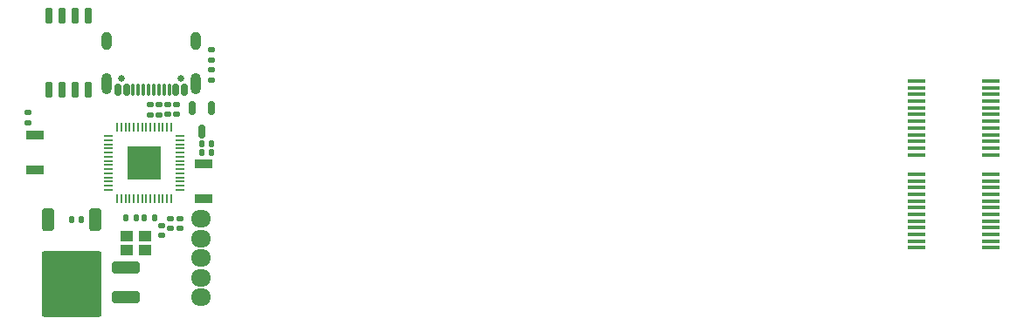
<source format=gbr>
%TF.GenerationSoftware,KiCad,Pcbnew,7.0.11*%
%TF.CreationDate,2025-01-20T01:48:30+09:00*%
%TF.ProjectId,Line,4c696e65-2e6b-4696-9361-645f70636258,rev?*%
%TF.SameCoordinates,Original*%
%TF.FileFunction,Soldermask,Top*%
%TF.FilePolarity,Negative*%
%FSLAX46Y46*%
G04 Gerber Fmt 4.6, Leading zero omitted, Abs format (unit mm)*
G04 Created by KiCad (PCBNEW 7.0.11) date 2025-01-20 01:48:30*
%MOMM*%
%LPD*%
G01*
G04 APERTURE LIST*
G04 Aperture macros list*
%AMRoundRect*
0 Rectangle with rounded corners*
0 $1 Rounding radius*
0 $2 $3 $4 $5 $6 $7 $8 $9 X,Y pos of 4 corners*
0 Add a 4 corners polygon primitive as box body*
4,1,4,$2,$3,$4,$5,$6,$7,$8,$9,$2,$3,0*
0 Add four circle primitives for the rounded corners*
1,1,$1+$1,$2,$3*
1,1,$1+$1,$4,$5*
1,1,$1+$1,$6,$7*
1,1,$1+$1,$8,$9*
0 Add four rect primitives between the rounded corners*
20,1,$1+$1,$2,$3,$4,$5,0*
20,1,$1+$1,$4,$5,$6,$7,0*
20,1,$1+$1,$6,$7,$8,$9,0*
20,1,$1+$1,$8,$9,$2,$3,0*%
G04 Aperture macros list end*
%ADD10RoundRect,0.135000X-0.185000X0.135000X-0.185000X-0.135000X0.185000X-0.135000X0.185000X0.135000X0*%
%ADD11R,1.150000X1.000000*%
%ADD12RoundRect,0.135000X0.185000X-0.135000X0.185000X0.135000X-0.185000X0.135000X-0.185000X-0.135000X0*%
%ADD13C,0.650000*%
%ADD14RoundRect,0.150000X0.150000X0.425000X-0.150000X0.425000X-0.150000X-0.425000X0.150000X-0.425000X0*%
%ADD15RoundRect,0.075000X0.075000X0.500000X-0.075000X0.500000X-0.075000X-0.500000X0.075000X-0.500000X0*%
%ADD16O,1.000000X2.100000*%
%ADD17O,1.000000X1.800000*%
%ADD18RoundRect,0.150000X-0.150000X0.512500X-0.150000X-0.512500X0.150000X-0.512500X0.150000X0.512500X0*%
%ADD19RoundRect,0.050000X-0.387500X-0.050000X0.387500X-0.050000X0.387500X0.050000X-0.387500X0.050000X0*%
%ADD20RoundRect,0.050000X-0.050000X-0.387500X0.050000X-0.387500X0.050000X0.387500X-0.050000X0.387500X0*%
%ADD21R,3.200000X3.200000*%
%ADD22RoundRect,0.140000X0.140000X0.170000X-0.140000X0.170000X-0.140000X-0.170000X0.140000X-0.170000X0*%
%ADD23RoundRect,0.140000X0.170000X-0.140000X0.170000X0.140000X-0.170000X0.140000X-0.170000X-0.140000X0*%
%ADD24RoundRect,0.140000X-0.170000X0.140000X-0.170000X-0.140000X0.170000X-0.140000X0.170000X0.140000X0*%
%ADD25RoundRect,0.150000X-0.150000X0.650000X-0.150000X-0.650000X0.150000X-0.650000X0.150000X0.650000X0*%
%ADD26R,1.750000X0.450000*%
%ADD27R,1.700000X0.900000*%
%ADD28O,1.950000X1.700000*%
%ADD29RoundRect,0.250000X-0.350000X0.850000X-0.350000X-0.850000X0.350000X-0.850000X0.350000X0.850000X0*%
%ADD30RoundRect,0.249997X-2.650003X2.950003X-2.650003X-2.950003X2.650003X-2.950003X2.650003X2.950003X0*%
%ADD31RoundRect,0.250000X-1.100000X0.325000X-1.100000X-0.325000X1.100000X-0.325000X1.100000X0.325000X0*%
%ADD32RoundRect,0.135000X-0.135000X-0.185000X0.135000X-0.185000X0.135000X0.185000X-0.135000X0.185000X0*%
%ADD33RoundRect,0.140000X-0.140000X-0.170000X0.140000X-0.170000X0.140000X0.170000X-0.140000X0.170000X0*%
G04 APERTURE END LIST*
D10*
%TO.C,R31*%
X116230400Y-95750756D03*
X116230400Y-96770756D03*
%TD*%
D11*
%TO.C,Y1*%
X114895000Y-108530000D03*
X113145000Y-108530000D03*
X113145000Y-109930000D03*
X114895000Y-109930000D03*
%TD*%
D12*
%TO.C,R30*%
X103520000Y-97550000D03*
X103520000Y-96530000D03*
%TD*%
D13*
%TO.C,J2*%
X118363562Y-93265800D03*
X112583562Y-93265800D03*
D14*
X118673562Y-94340800D03*
X117873562Y-94340800D03*
D15*
X116723562Y-94340800D03*
X115723562Y-94340800D03*
X115223562Y-94340800D03*
X114223562Y-94340800D03*
D14*
X113073562Y-94340800D03*
X112273562Y-94340800D03*
X112273562Y-94340800D03*
X113073562Y-94340800D03*
D15*
X113723562Y-94340800D03*
X114723562Y-94340800D03*
X116223562Y-94340800D03*
X117223562Y-94340800D03*
D14*
X117873562Y-94340800D03*
X118673562Y-94340800D03*
D16*
X119793562Y-93765800D03*
D17*
X119793562Y-89585800D03*
D16*
X111153562Y-93765800D03*
D17*
X111153562Y-89585800D03*
%TD*%
D18*
%TO.C,U4*%
X121346000Y-96119100D03*
X119446000Y-96119100D03*
X120396000Y-98394100D03*
%TD*%
D19*
%TO.C,U6*%
X111368262Y-98856100D03*
X111368262Y-99256100D03*
X111368262Y-99656100D03*
X111368262Y-100056100D03*
X111368262Y-100456100D03*
X111368262Y-100856100D03*
X111368262Y-101256100D03*
X111368262Y-101656100D03*
X111368262Y-102056100D03*
X111368262Y-102456100D03*
X111368262Y-102856100D03*
X111368262Y-103256100D03*
X111368262Y-103656100D03*
X111368262Y-104056100D03*
D20*
X112205762Y-104893600D03*
X112605762Y-104893600D03*
X113005762Y-104893600D03*
X113405762Y-104893600D03*
X113805762Y-104893600D03*
X114205762Y-104893600D03*
X114605762Y-104893600D03*
X115005762Y-104893600D03*
X115405762Y-104893600D03*
X115805762Y-104893600D03*
X116205762Y-104893600D03*
X116605762Y-104893600D03*
X117005762Y-104893600D03*
X117405762Y-104893600D03*
D19*
X118243262Y-104056100D03*
X118243262Y-103656100D03*
X118243262Y-103256100D03*
X118243262Y-102856100D03*
X118243262Y-102456100D03*
X118243262Y-102056100D03*
X118243262Y-101656100D03*
X118243262Y-101256100D03*
X118243262Y-100856100D03*
X118243262Y-100456100D03*
X118243262Y-100056100D03*
X118243262Y-99656100D03*
X118243262Y-99256100D03*
X118243262Y-98856100D03*
D20*
X117405762Y-98018600D03*
X117005762Y-98018600D03*
X116605762Y-98018600D03*
X116205762Y-98018600D03*
X115805762Y-98018600D03*
X115405762Y-98018600D03*
X115005762Y-98018600D03*
X114605762Y-98018600D03*
X114205762Y-98018600D03*
X113805762Y-98018600D03*
X113405762Y-98018600D03*
X113005762Y-98018600D03*
X112605762Y-98018600D03*
X112205762Y-98018600D03*
D21*
X114805762Y-101456100D03*
%TD*%
D22*
%TO.C,C4*%
X114018000Y-106781600D03*
X113058000Y-106781600D03*
%TD*%
D23*
%TO.C,C5*%
X116535200Y-108480800D03*
X116535200Y-107520800D03*
%TD*%
D12*
%TO.C,R25*%
X115392198Y-96770755D03*
X115392198Y-95750755D03*
%TD*%
D24*
%TO.C,C13*%
X117068600Y-95786000D03*
X117068600Y-96746000D03*
%TD*%
D25*
%TO.C,U5*%
X109423200Y-87179600D03*
X108153200Y-87179600D03*
X106883200Y-87179600D03*
X105613200Y-87179600D03*
X105613200Y-94379600D03*
X106883200Y-94379600D03*
X108153200Y-94379600D03*
X109423200Y-94379600D03*
%TD*%
D26*
%TO.C,U2*%
X189643200Y-93503800D03*
X189643200Y-94153800D03*
X189643200Y-94803800D03*
X189643200Y-95453800D03*
X189643200Y-96103800D03*
X189643200Y-96753800D03*
X189643200Y-97403800D03*
X189643200Y-98053800D03*
X189643200Y-98703800D03*
X189643200Y-99353800D03*
X189643200Y-100003800D03*
X189643200Y-100653800D03*
X196843200Y-100653800D03*
X196843200Y-100003800D03*
X196843200Y-99353800D03*
X196843200Y-98703800D03*
X196843200Y-98053800D03*
X196843200Y-97403800D03*
X196843200Y-96753800D03*
X196843200Y-96103800D03*
X196843200Y-95453800D03*
X196843200Y-94803800D03*
X196843200Y-94153800D03*
X196843200Y-93503800D03*
%TD*%
D27*
%TO.C,SW2*%
X120573800Y-104900200D03*
X120573800Y-101500200D03*
%TD*%
D28*
%TO.C,J1*%
X120345200Y-114528600D03*
X120345200Y-112623600D03*
X120345200Y-110718600D03*
X120345200Y-108813600D03*
X120345200Y-106908600D03*
%TD*%
D27*
%TO.C,SW1*%
X104220000Y-98770000D03*
X104220000Y-102170000D03*
%TD*%
D26*
%TO.C,U3*%
X196843200Y-109696200D03*
X196843200Y-109046200D03*
X196843200Y-108396200D03*
X196843200Y-107746200D03*
X196843200Y-107096200D03*
X196843200Y-106446200D03*
X196843200Y-105796200D03*
X196843200Y-105146200D03*
X196843200Y-104496200D03*
X196843200Y-103846200D03*
X196843200Y-103196200D03*
X196843200Y-102546200D03*
X189643200Y-102546200D03*
X189643200Y-103196200D03*
X189643200Y-103846200D03*
X189643200Y-104496200D03*
X189643200Y-105146200D03*
X189643200Y-105796200D03*
X189643200Y-106446200D03*
X189643200Y-107096200D03*
X189643200Y-107746200D03*
X189643200Y-108396200D03*
X189643200Y-109046200D03*
X189643200Y-109696200D03*
%TD*%
D29*
%TO.C,U1*%
X105464300Y-106950400D03*
X110024300Y-106950400D03*
D30*
X107744300Y-113250400D03*
%TD*%
D10*
%TO.C,R26*%
X121361200Y-92403200D03*
X121361200Y-93423200D03*
%TD*%
D31*
%TO.C,C1*%
X113055400Y-111578600D03*
X113055400Y-114528600D03*
%TD*%
D32*
%TO.C,R32*%
X114780600Y-106756200D03*
X115800600Y-106756200D03*
%TD*%
D24*
%TO.C,C8*%
X117906800Y-95786000D03*
X117906800Y-96746000D03*
%TD*%
D22*
%TO.C,C7*%
X121358600Y-100457000D03*
X120398600Y-100457000D03*
%TD*%
%TO.C,C3*%
X121358600Y-99618800D03*
X120398600Y-99618800D03*
%TD*%
D12*
%TO.C,R27*%
X121361200Y-91467400D03*
X121361200Y-90447400D03*
%TD*%
D33*
%TO.C,C2*%
X107752000Y-106934000D03*
X108712000Y-106934000D03*
%TD*%
D23*
%TO.C,C10*%
X117373400Y-107795000D03*
X117373400Y-106835000D03*
%TD*%
%TO.C,C12*%
X118237000Y-107795000D03*
X118237000Y-106835000D03*
%TD*%
M02*

</source>
